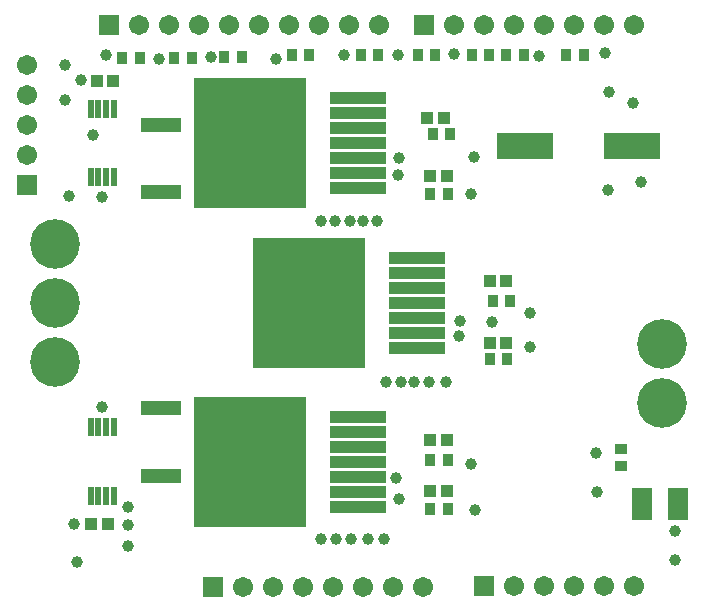
<source format=gts>
G04*
G04 #@! TF.GenerationSoftware,Altium Limited,Altium Designer,18.0.7 (293)*
G04*
G04 Layer_Color=8388736*
%FSLAX25Y25*%
%MOIN*%
G70*
G01*
G75*
%ADD21R,0.06706X0.11036*%
%ADD22R,0.04343X0.03556*%
%ADD23R,0.03556X0.04343*%
%ADD24R,0.13792X0.05131*%
%ADD25R,0.01968X0.06299*%
%ADD26R,0.37808X0.43320*%
%ADD27R,0.18910X0.03950*%
%ADD28R,0.03950X0.04343*%
%ADD29R,0.18517X0.08674*%
%ADD30C,0.06706*%
%ADD31R,0.06706X0.06706*%
%ADD32C,0.16548*%
%ADD33R,0.06706X0.06706*%
%ADD34C,0.03950*%
D21*
X260705Y37400D02*
D03*
X248895D02*
D03*
D22*
X241800Y55705D02*
D03*
Y49800D02*
D03*
D23*
X92947Y186000D02*
D03*
X98853D02*
D03*
X109647Y186299D02*
D03*
X115553D02*
D03*
X75547Y186100D02*
D03*
X81453D02*
D03*
X184055Y140500D02*
D03*
X178150D02*
D03*
X203953Y85500D02*
D03*
X198047D02*
D03*
X184055Y35500D02*
D03*
X178150D02*
D03*
X184953Y160500D02*
D03*
X179047D02*
D03*
X204953Y105000D02*
D03*
X199047D02*
D03*
X184055Y52000D02*
D03*
X178150D02*
D03*
X223547Y187008D02*
D03*
X229453D02*
D03*
X209453Y187008D02*
D03*
X203547D02*
D03*
X174047Y187008D02*
D03*
X179953D02*
D03*
X197953Y187008D02*
D03*
X192047D02*
D03*
X160953D02*
D03*
X155047D02*
D03*
X137953D02*
D03*
X132047D02*
D03*
D24*
X88583Y46780D02*
D03*
Y69221D02*
D03*
Y163721D02*
D03*
Y141279D02*
D03*
D25*
X72736Y62817D02*
D03*
X70177D02*
D03*
X72736Y39983D02*
D03*
X70177D02*
D03*
X67618Y62817D02*
D03*
X65059D02*
D03*
X67618Y39983D02*
D03*
X65059D02*
D03*
X65061Y146283D02*
D03*
X67620D02*
D03*
X65061Y169117D02*
D03*
X67620D02*
D03*
X70179Y146283D02*
D03*
X72739D02*
D03*
X70179Y169117D02*
D03*
X72739D02*
D03*
D26*
X118110Y157480D02*
D03*
X137795Y104331D02*
D03*
X118110Y51181D02*
D03*
D27*
X154331Y142480D02*
D03*
X154134Y147480D02*
D03*
Y152480D02*
D03*
Y157480D02*
D03*
Y162480D02*
D03*
Y167480D02*
D03*
Y172480D02*
D03*
X173819Y119331D02*
D03*
Y114331D02*
D03*
Y109331D02*
D03*
Y104331D02*
D03*
Y99331D02*
D03*
Y94331D02*
D03*
X174016Y89331D02*
D03*
X154134Y66181D02*
D03*
Y61181D02*
D03*
Y56181D02*
D03*
Y51181D02*
D03*
Y46181D02*
D03*
Y41181D02*
D03*
X154331Y36181D02*
D03*
D28*
X70756Y30600D02*
D03*
X65244D02*
D03*
X67144Y178300D02*
D03*
X72656D02*
D03*
X183858Y146500D02*
D03*
X178347D02*
D03*
X203543Y91000D02*
D03*
X198031D02*
D03*
X183858Y41500D02*
D03*
X178347D02*
D03*
X182756Y166000D02*
D03*
X177244D02*
D03*
X203543Y111500D02*
D03*
X198031D02*
D03*
X183858Y58500D02*
D03*
X178347D02*
D03*
D29*
X245433Y156500D02*
D03*
X210000D02*
D03*
D30*
X43800Y183600D02*
D03*
Y173600D02*
D03*
Y163600D02*
D03*
Y153600D02*
D03*
X115984Y9500D02*
D03*
X125984D02*
D03*
X135984D02*
D03*
X145984D02*
D03*
X155984D02*
D03*
X165984D02*
D03*
X175984D02*
D03*
X206063Y10000D02*
D03*
X216063D02*
D03*
X226063D02*
D03*
X236063D02*
D03*
X246063D02*
D03*
X91063Y197047D02*
D03*
X161063D02*
D03*
X151063D02*
D03*
X141063D02*
D03*
X131063D02*
D03*
X121063D02*
D03*
X111063D02*
D03*
X101063D02*
D03*
X81063D02*
D03*
X186063D02*
D03*
X196063D02*
D03*
X206063D02*
D03*
X216063D02*
D03*
X226063D02*
D03*
X236063D02*
D03*
X246063D02*
D03*
D31*
X43800Y143600D02*
D03*
D32*
X255500Y90685D02*
D03*
Y71000D02*
D03*
X53150Y124016D02*
D03*
Y104331D02*
D03*
Y84646D02*
D03*
D33*
X105984Y9500D02*
D03*
X196063Y10000D02*
D03*
X71063Y197047D02*
D03*
X176063D02*
D03*
D34*
X259842Y18500D02*
D03*
Y28400D02*
D03*
X233600Y54300D02*
D03*
X233800Y41300D02*
D03*
X193200Y35200D02*
D03*
X191900Y50600D02*
D03*
X126900Y185500D02*
D03*
X88000Y185700D02*
D03*
X70300Y187000D02*
D03*
X105100Y186200D02*
D03*
X57900Y139900D02*
D03*
X56400Y171900D02*
D03*
Y183600D02*
D03*
X66000Y160300D02*
D03*
X186300Y187400D02*
D03*
X77500Y23300D02*
D03*
Y30300D02*
D03*
Y36300D02*
D03*
X59500Y30600D02*
D03*
X62000Y178600D02*
D03*
X68900Y69500D02*
D03*
X68750Y139700D02*
D03*
X167500Y147000D02*
D03*
X168000Y152500D02*
D03*
X188000Y93350D02*
D03*
X167000Y46000D02*
D03*
X60600Y18000D02*
D03*
X211500Y89500D02*
D03*
Y101000D02*
D03*
X192000Y140500D02*
D03*
X193000Y153000D02*
D03*
X168000Y39000D02*
D03*
X236500Y187500D02*
D03*
X183500Y78000D02*
D03*
X168500D02*
D03*
X173000D02*
D03*
X246000Y171000D02*
D03*
X248500Y144500D02*
D03*
X237500Y142000D02*
D03*
X238000Y174500D02*
D03*
X163000Y25500D02*
D03*
X157500Y25591D02*
D03*
X152000D02*
D03*
X147000Y25500D02*
D03*
X142000Y25591D02*
D03*
X160500Y131500D02*
D03*
X156000D02*
D03*
X151500D02*
D03*
X146500D02*
D03*
X142000D02*
D03*
X178000Y78000D02*
D03*
X163500D02*
D03*
X167500Y187000D02*
D03*
X214500Y186500D02*
D03*
X149500Y187000D02*
D03*
X188075Y98425D02*
D03*
X199000Y98000D02*
D03*
M02*

</source>
